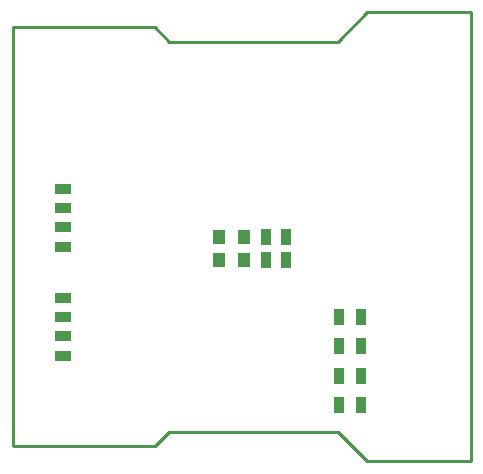
<source format=gtp>
G04*
G04 #@! TF.GenerationSoftware,Altium Limited,Altium Designer,24.0.1 (36)*
G04*
G04 Layer_Color=8421504*
%FSLAX25Y25*%
%MOIN*%
G70*
G04*
G04 #@! TF.SameCoordinates,1973DDD8-50FA-473A-AABA-CD6713E7F6C3*
G04*
G04*
G04 #@! TF.FilePolarity,Positive*
G04*
G01*
G75*
%ADD13C,0.00984*%
%ADD14R,0.03740X0.05512*%
%ADD15R,0.05315X0.03347*%
%ADD16R,0.04331X0.04724*%
%ADD17R,0.03347X0.05315*%
D13*
X152559Y-4921D02*
Y144685D01*
X0Y0D02*
Y139764D01*
Y0D02*
X47244D01*
X52165Y4921D01*
X108268D01*
X118110Y-4921D01*
X152559D01*
X118110Y144685D02*
X152559D01*
X108268Y134843D02*
X118110Y144685D01*
X52165Y134843D02*
X108268D01*
X47244Y139764D02*
X52165Y134843D01*
X0Y139764D02*
X47244D01*
D14*
X108563Y43307D02*
D03*
X115847D02*
D03*
X108563Y33465D02*
D03*
X115847D02*
D03*
X108563Y23622D02*
D03*
X115847D02*
D03*
X108563Y13780D02*
D03*
X115847D02*
D03*
D15*
X16732Y43012D02*
D03*
Y49508D02*
D03*
Y30217D02*
D03*
Y36713D02*
D03*
Y85925D02*
D03*
Y79429D02*
D03*
Y66634D02*
D03*
Y73130D02*
D03*
D16*
X76969Y62008D02*
D03*
X68701D02*
D03*
X76969Y69882D02*
D03*
X68701D02*
D03*
D17*
X90847Y62008D02*
D03*
X84350D02*
D03*
X90847Y69882D02*
D03*
X84350D02*
D03*
M02*

</source>
